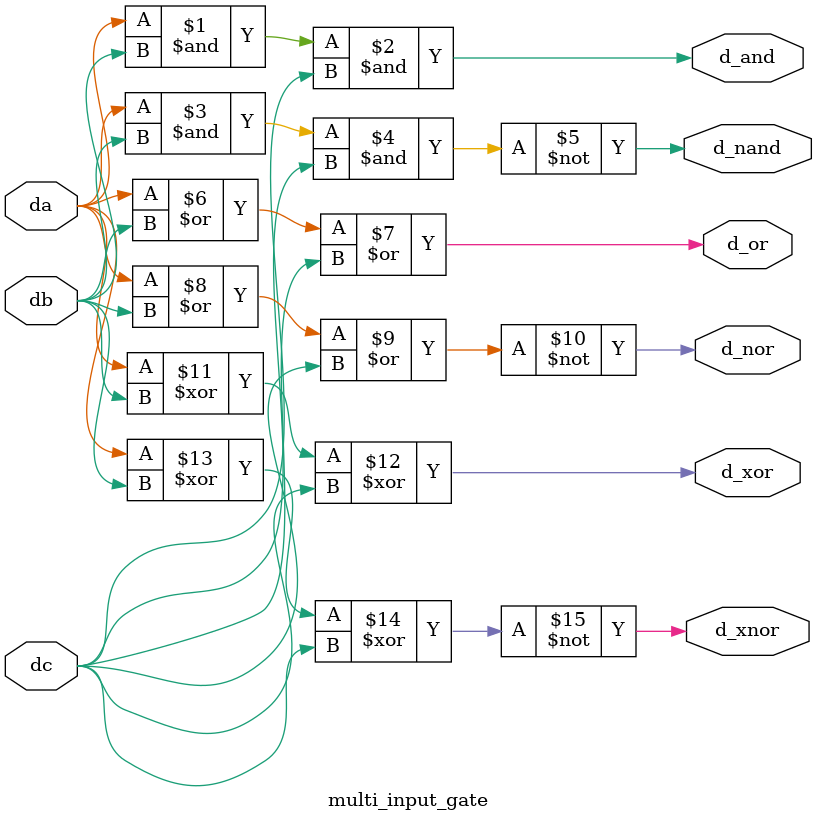
<source format=v>

module multi_input_gate(
    input da,
    input db,
    input dc,

    
    output d_and,
    output d_nand,
    output d_or,
    output d_nor,
    output d_xor,
    output d_xnor
    );
    
    //ÊµÀý»¯Ô­Óï¶àÊäÈëÓëÃÅÄ£¿é
    and U1_and(d_and, da, db, dc);
    //ÊµÀý»¯Ô­Óï¶àÊäÈëÓë·ÇÃÅÄ£¿é
    nand U2_nand(d_nand, da, db, dc);
    //ÊµÀý»¯Ô­Óï¶àÊäÈë»òÃÅÄ£¿é
    or U1_or(d_or, da, db, dc);
    //ÊµÀý»¯Ô­Óï¶àÊäÈëÓë»ò·ÇÃÅÄ£¿é
    nor U2_nor(d_nor, da, db, dc);
    //ÊµÀý»¯Ô­Óï¶àÊäÈëÒì»òÃÅÄ£¿é
    xor U1_xor(d_xor, da, db, dc);
    //ÊµÀý»¯Ô­Óï¶àÊäÈëÍ¬»òÃÅÄ£¿é
    xnor U2_xnor(d_xnor, da, db, dc);  

endmodule
// END OF multi_input_gate.v FILE **********************************************

    
   
</source>
